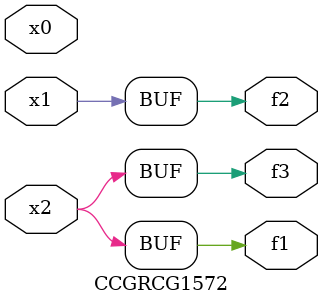
<source format=v>
module CCGRCG1572(
	input x0, x1, x2,
	output f1, f2, f3
);
	assign f1 = x2;
	assign f2 = x1;
	assign f3 = x2;
endmodule

</source>
